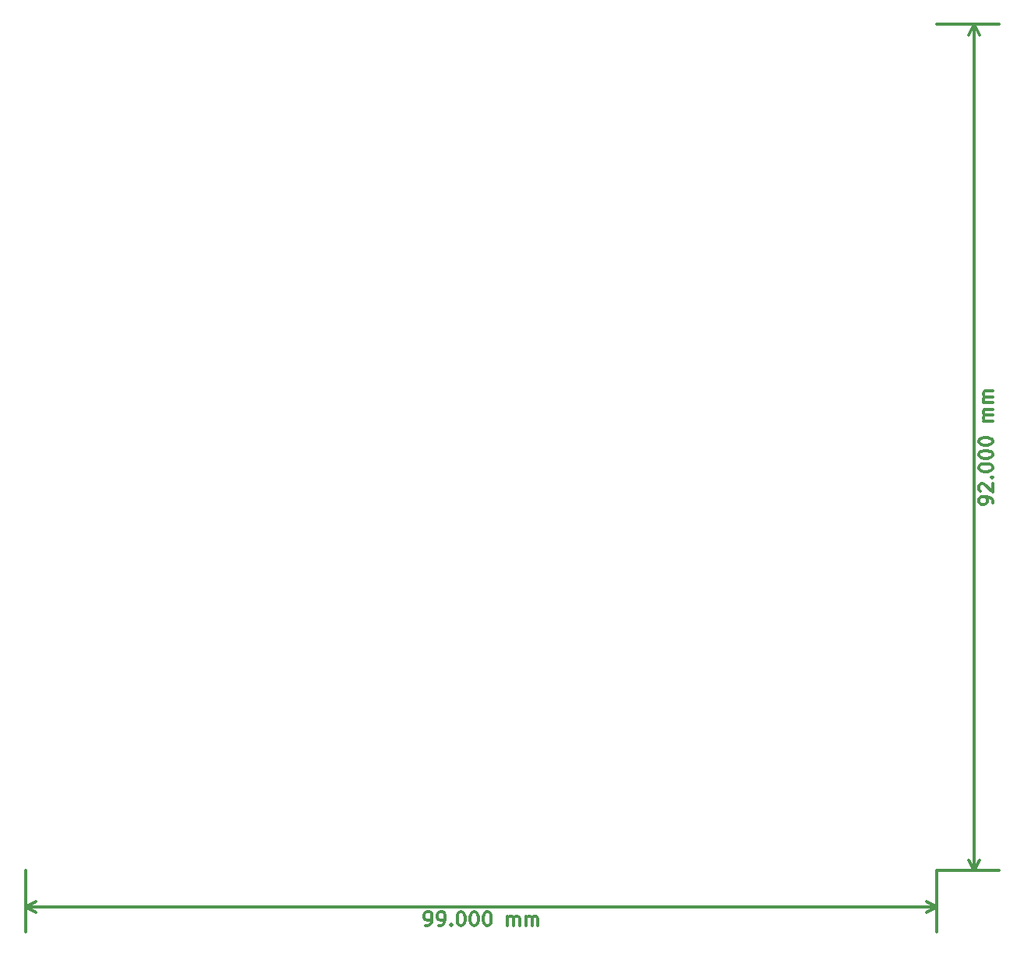
<source format=gbr>
%TF.FileFunction,Other,Comment*%
%FSLAX46Y46*%
G04 Gerber Fmt 4.6, Leading zero omitted, Abs format (unit mm)*
G04 Created by KiCad (PCBNEW (2014-10-18 BZR 5203)-product) date 11/17/2014 11:17:48 AM*
%MOMM*%
G01*
G04 APERTURE LIST*
%ADD10C,0.150000*%
%ADD11C,0.300000*%
G04 APERTURE END LIST*
D10*
D11*
X191028571Y-106071428D02*
X191028571Y-105785713D01*
X190957143Y-105642856D01*
X190885714Y-105571428D01*
X190671429Y-105428570D01*
X190385714Y-105357142D01*
X189814286Y-105357142D01*
X189671429Y-105428570D01*
X189600000Y-105499999D01*
X189528571Y-105642856D01*
X189528571Y-105928570D01*
X189600000Y-106071428D01*
X189671429Y-106142856D01*
X189814286Y-106214285D01*
X190171429Y-106214285D01*
X190314286Y-106142856D01*
X190385714Y-106071428D01*
X190457143Y-105928570D01*
X190457143Y-105642856D01*
X190385714Y-105499999D01*
X190314286Y-105428570D01*
X190171429Y-105357142D01*
X189671429Y-104785714D02*
X189600000Y-104714285D01*
X189528571Y-104571428D01*
X189528571Y-104214285D01*
X189600000Y-104071428D01*
X189671429Y-103999999D01*
X189814286Y-103928571D01*
X189957143Y-103928571D01*
X190171429Y-103999999D01*
X191028571Y-104857142D01*
X191028571Y-103928571D01*
X190885714Y-103285714D02*
X190957143Y-103214286D01*
X191028571Y-103285714D01*
X190957143Y-103357143D01*
X190885714Y-103285714D01*
X191028571Y-103285714D01*
X189528571Y-102285714D02*
X189528571Y-102142857D01*
X189600000Y-102000000D01*
X189671429Y-101928571D01*
X189814286Y-101857142D01*
X190100000Y-101785714D01*
X190457143Y-101785714D01*
X190742857Y-101857142D01*
X190885714Y-101928571D01*
X190957143Y-102000000D01*
X191028571Y-102142857D01*
X191028571Y-102285714D01*
X190957143Y-102428571D01*
X190885714Y-102500000D01*
X190742857Y-102571428D01*
X190457143Y-102642857D01*
X190100000Y-102642857D01*
X189814286Y-102571428D01*
X189671429Y-102500000D01*
X189600000Y-102428571D01*
X189528571Y-102285714D01*
X189528571Y-100857143D02*
X189528571Y-100714286D01*
X189600000Y-100571429D01*
X189671429Y-100500000D01*
X189814286Y-100428571D01*
X190100000Y-100357143D01*
X190457143Y-100357143D01*
X190742857Y-100428571D01*
X190885714Y-100500000D01*
X190957143Y-100571429D01*
X191028571Y-100714286D01*
X191028571Y-100857143D01*
X190957143Y-101000000D01*
X190885714Y-101071429D01*
X190742857Y-101142857D01*
X190457143Y-101214286D01*
X190100000Y-101214286D01*
X189814286Y-101142857D01*
X189671429Y-101071429D01*
X189600000Y-101000000D01*
X189528571Y-100857143D01*
X189528571Y-99428572D02*
X189528571Y-99285715D01*
X189600000Y-99142858D01*
X189671429Y-99071429D01*
X189814286Y-99000000D01*
X190100000Y-98928572D01*
X190457143Y-98928572D01*
X190742857Y-99000000D01*
X190885714Y-99071429D01*
X190957143Y-99142858D01*
X191028571Y-99285715D01*
X191028571Y-99428572D01*
X190957143Y-99571429D01*
X190885714Y-99642858D01*
X190742857Y-99714286D01*
X190457143Y-99785715D01*
X190100000Y-99785715D01*
X189814286Y-99714286D01*
X189671429Y-99642858D01*
X189600000Y-99571429D01*
X189528571Y-99428572D01*
X191028571Y-97142858D02*
X190028571Y-97142858D01*
X190171429Y-97142858D02*
X190100000Y-97071430D01*
X190028571Y-96928572D01*
X190028571Y-96714287D01*
X190100000Y-96571430D01*
X190242857Y-96500001D01*
X191028571Y-96500001D01*
X190242857Y-96500001D02*
X190100000Y-96428572D01*
X190028571Y-96285715D01*
X190028571Y-96071430D01*
X190100000Y-95928572D01*
X190242857Y-95857144D01*
X191028571Y-95857144D01*
X191028571Y-95142858D02*
X190028571Y-95142858D01*
X190171429Y-95142858D02*
X190100000Y-95071430D01*
X190028571Y-94928572D01*
X190028571Y-94714287D01*
X190100000Y-94571430D01*
X190242857Y-94500001D01*
X191028571Y-94500001D01*
X190242857Y-94500001D02*
X190100000Y-94428572D01*
X190028571Y-94285715D01*
X190028571Y-94071430D01*
X190100000Y-93928572D01*
X190242857Y-93857144D01*
X191028571Y-93857144D01*
X189000000Y-146000000D02*
X189000000Y-54000000D01*
X185000000Y-146000000D02*
X191700000Y-146000000D01*
X185000000Y-54000000D02*
X191700000Y-54000000D01*
X189000000Y-54000000D02*
X189586421Y-55126504D01*
X189000000Y-54000000D02*
X188413579Y-55126504D01*
X189000000Y-146000000D02*
X189586421Y-144873496D01*
X189000000Y-146000000D02*
X188413579Y-144873496D01*
X129428572Y-152028571D02*
X129714287Y-152028571D01*
X129857144Y-151957143D01*
X129928572Y-151885714D01*
X130071430Y-151671429D01*
X130142858Y-151385714D01*
X130142858Y-150814286D01*
X130071430Y-150671429D01*
X130000001Y-150600000D01*
X129857144Y-150528571D01*
X129571430Y-150528571D01*
X129428572Y-150600000D01*
X129357144Y-150671429D01*
X129285715Y-150814286D01*
X129285715Y-151171429D01*
X129357144Y-151314286D01*
X129428572Y-151385714D01*
X129571430Y-151457143D01*
X129857144Y-151457143D01*
X130000001Y-151385714D01*
X130071430Y-151314286D01*
X130142858Y-151171429D01*
X130857143Y-152028571D02*
X131142858Y-152028571D01*
X131285715Y-151957143D01*
X131357143Y-151885714D01*
X131500001Y-151671429D01*
X131571429Y-151385714D01*
X131571429Y-150814286D01*
X131500001Y-150671429D01*
X131428572Y-150600000D01*
X131285715Y-150528571D01*
X131000001Y-150528571D01*
X130857143Y-150600000D01*
X130785715Y-150671429D01*
X130714286Y-150814286D01*
X130714286Y-151171429D01*
X130785715Y-151314286D01*
X130857143Y-151385714D01*
X131000001Y-151457143D01*
X131285715Y-151457143D01*
X131428572Y-151385714D01*
X131500001Y-151314286D01*
X131571429Y-151171429D01*
X132214286Y-151885714D02*
X132285714Y-151957143D01*
X132214286Y-152028571D01*
X132142857Y-151957143D01*
X132214286Y-151885714D01*
X132214286Y-152028571D01*
X133214286Y-150528571D02*
X133357143Y-150528571D01*
X133500000Y-150600000D01*
X133571429Y-150671429D01*
X133642858Y-150814286D01*
X133714286Y-151100000D01*
X133714286Y-151457143D01*
X133642858Y-151742857D01*
X133571429Y-151885714D01*
X133500000Y-151957143D01*
X133357143Y-152028571D01*
X133214286Y-152028571D01*
X133071429Y-151957143D01*
X133000000Y-151885714D01*
X132928572Y-151742857D01*
X132857143Y-151457143D01*
X132857143Y-151100000D01*
X132928572Y-150814286D01*
X133000000Y-150671429D01*
X133071429Y-150600000D01*
X133214286Y-150528571D01*
X134642857Y-150528571D02*
X134785714Y-150528571D01*
X134928571Y-150600000D01*
X135000000Y-150671429D01*
X135071429Y-150814286D01*
X135142857Y-151100000D01*
X135142857Y-151457143D01*
X135071429Y-151742857D01*
X135000000Y-151885714D01*
X134928571Y-151957143D01*
X134785714Y-152028571D01*
X134642857Y-152028571D01*
X134500000Y-151957143D01*
X134428571Y-151885714D01*
X134357143Y-151742857D01*
X134285714Y-151457143D01*
X134285714Y-151100000D01*
X134357143Y-150814286D01*
X134428571Y-150671429D01*
X134500000Y-150600000D01*
X134642857Y-150528571D01*
X136071428Y-150528571D02*
X136214285Y-150528571D01*
X136357142Y-150600000D01*
X136428571Y-150671429D01*
X136500000Y-150814286D01*
X136571428Y-151100000D01*
X136571428Y-151457143D01*
X136500000Y-151742857D01*
X136428571Y-151885714D01*
X136357142Y-151957143D01*
X136214285Y-152028571D01*
X136071428Y-152028571D01*
X135928571Y-151957143D01*
X135857142Y-151885714D01*
X135785714Y-151742857D01*
X135714285Y-151457143D01*
X135714285Y-151100000D01*
X135785714Y-150814286D01*
X135857142Y-150671429D01*
X135928571Y-150600000D01*
X136071428Y-150528571D01*
X138357142Y-152028571D02*
X138357142Y-151028571D01*
X138357142Y-151171429D02*
X138428570Y-151100000D01*
X138571428Y-151028571D01*
X138785713Y-151028571D01*
X138928570Y-151100000D01*
X138999999Y-151242857D01*
X138999999Y-152028571D01*
X138999999Y-151242857D02*
X139071428Y-151100000D01*
X139214285Y-151028571D01*
X139428570Y-151028571D01*
X139571428Y-151100000D01*
X139642856Y-151242857D01*
X139642856Y-152028571D01*
X140357142Y-152028571D02*
X140357142Y-151028571D01*
X140357142Y-151171429D02*
X140428570Y-151100000D01*
X140571428Y-151028571D01*
X140785713Y-151028571D01*
X140928570Y-151100000D01*
X140999999Y-151242857D01*
X140999999Y-152028571D01*
X140999999Y-151242857D02*
X141071428Y-151100000D01*
X141214285Y-151028571D01*
X141428570Y-151028571D01*
X141571428Y-151100000D01*
X141642856Y-151242857D01*
X141642856Y-152028571D01*
X86000000Y-150000000D02*
X185000000Y-150000000D01*
X86000000Y-146000000D02*
X86000000Y-152700000D01*
X185000000Y-146000000D02*
X185000000Y-152700000D01*
X185000000Y-150000000D02*
X183873496Y-150586421D01*
X185000000Y-150000000D02*
X183873496Y-149413579D01*
X86000000Y-150000000D02*
X87126504Y-150586421D01*
X86000000Y-150000000D02*
X87126504Y-149413579D01*
M02*

</source>
